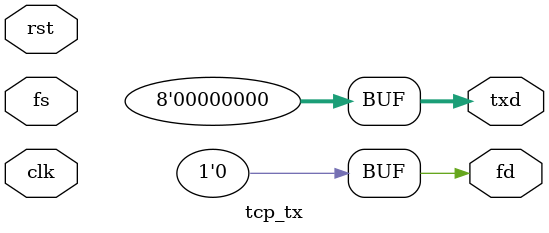
<source format=v>
module tcp_tx(
    input clk,
    input rst,

    input fs,
    output fd,

    output [7:0] txd
);

    assign txd = 8'h00;
    assign fd = 1'b0;



endmodule
</source>
